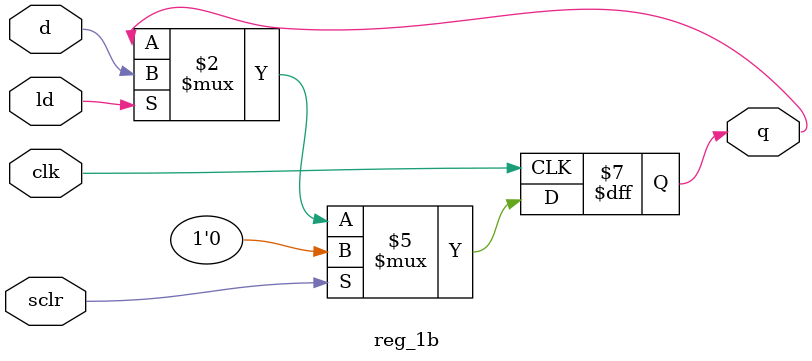
<source format=v>
module reg_1b (d, sclr, ld, clk, q);
  input d, sclr, ld, clk;
  output q;
  reg q;
  
  always @(posedge clk)
    if (sclr)
      q <= 1'b0;
    else if (ld)
      q <= d;
      
endmodule


</source>
